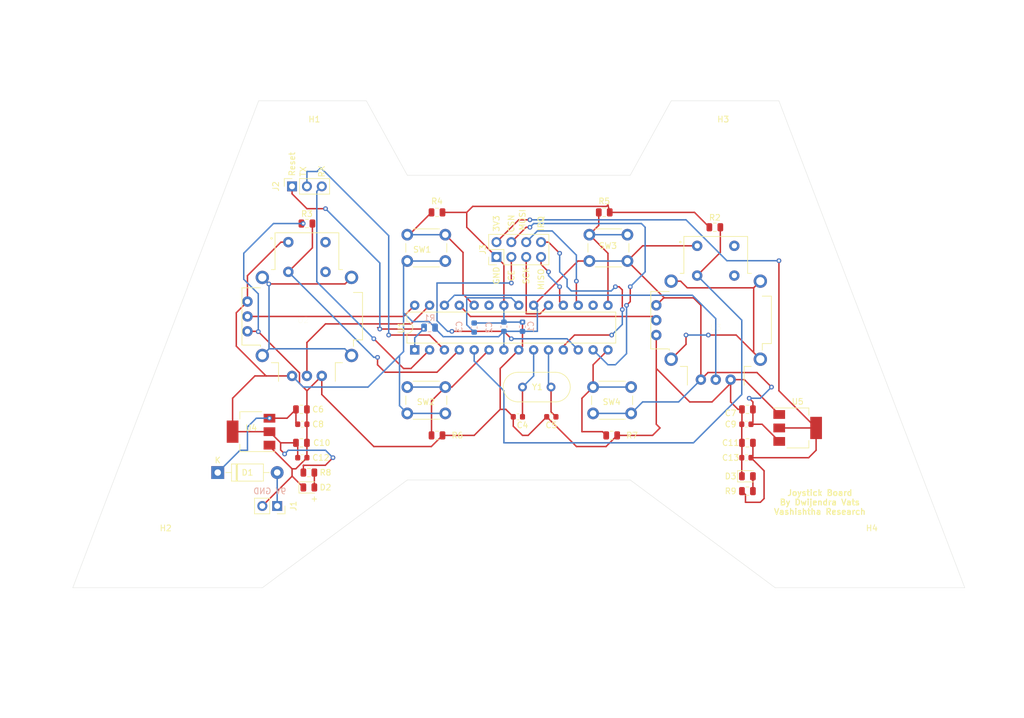
<source format=kicad_pcb>
(kicad_pcb (version 20211014) (generator pcbnew)
  (layers (0 "F.Cu" signal) (31 "B.Cu" signal) (34 "B.Paste" user) (35 "F.Paste" user) (36 "B.SilkS" user "B.Silkscreen") (37 "F.SilkS" user "F.Silkscreen") (38 "B.Mask" user) (39 "F.Mask" user) (44 "Edge.Cuts" user))
  (net 0 "")
  (net 1 "GND")
  (net 2 "Net-(C3-Pad1)")
  (net 3 "/XTAL1")
  (net 4 "/XTAL2")
  (net 5 "Net-(U1-Pad16)")
  (net 6 "Net-(U1-Pad23)")
  (net 7 "SW2")
  (net 8 "SW1")
  (net 9 "A_DIR")
  (net 10 "B_DIR")
  (net 11 "Y_DIR")
  (net 12 "X_DIR")
  (net 13 "5V_IN")
  (net 14 "Net-(U2-PadS1)")
  (net 15 "Net-(U3-PadS1)")
  (net 16 "+9V")
  (net 17 "+3V3")
  (net 18 "Net-(D1-Pad2)")
  (net 19 "Z-PLUS")
  (net 20 "Z-MINUS")
  (net 21 "HOME")
  (net 22 "CANCEL")
  (net 23 "RST")
  (net 24 "TX")
  (net 25 "RX")
  (net 26 "CE")
  (net 27 "CSN")
  (net 28 "SCK")
  (net 29 "MOSI")
  (net 30 "MISO")
  (net 31 "IRQ")
  (net 32 "Net-(D2-Pad2)")
  (net 33 "Net-(D3-Pad2)")
  (footprint "Capacitor_SMD:C_0603_1608Metric" (layer "F.Cu") (at 120.4975 107.315 180)
    (fp_text reference "C4")
    (fp_text value "22pf")
  )
  (footprint "Capacitor_SMD:C_0603_1608Metric" (layer "F.Cu") (at 126.2125 107.315 180)
    (fp_text reference "C5")
    (fp_text value "22pf")
  )
  (footprint "Package_DIP:DIP-28_W7.62mm" (layer "F.Cu") (at 102.87 95.885 90)
    (fp_text reference "U1")
    (fp_text value "ATmega328-PU")
  )
  (footprint "Crystal:Crystal_HC49-4H_Vertical" (layer "F.Cu") (at 121.285 102.235)
    (fp_text reference "Y1")
    (fp_text value "16MHz")
  )
  (footprint "COM-09032:XDCR_COM-09032" (layer "F.Cu") (at 84.455 90.17)
    (fp_text reference "U2")
    (fp_text value "Analog Joystick")
  )
  (footprint "COM-09032:XDCR_COM-09032" (layer "F.Cu") (at 154.305 90.805)
    (fp_text reference "U3")
    (fp_text value "Analog Joystick")
  )
  (footprint "Capacitor_SMD:C_0805_2012Metric" (layer "F.Cu") (at 83.5175 106.045)
    (fp_text reference "C6")
    (fp_text value "10uf")
  )
  (footprint "Capacitor_SMD:C_0805_2012Metric" (layer "F.Cu") (at 159.7175 106.045 180)
    (fp_text reference "C7")
    (fp_text value "10uf")
  )
  (footprint "Capacitor_SMD:C_0603_1608Metric" (layer "F.Cu") (at 83.6675 108.585)
    (fp_text reference "C8")
    (fp_text value "0.1uf")
  )
  (footprint "Capacitor_SMD:C_0603_1608Metric" (layer "F.Cu") (at 159.5375 108.585 180)
    (fp_text reference "C9")
    (fp_text value "0.1uf")
  )
  (footprint "Capacitor_SMD:C_0805_2012Metric" (layer "F.Cu") (at 83.5175 111.76)
    (fp_text reference "C10")
    (fp_text value "1uf")
  )
  (footprint "Capacitor_SMD:C_0805_2012Metric" (layer "F.Cu") (at 159.7175 111.76 180)
    (fp_text reference "C11")
    (fp_text value "1uf")
  )
  (footprint "Capacitor_SMD:C_0603_1608Metric" (layer "F.Cu") (at 83.6675 114.3)
    (fp_text reference "C12")
    (fp_text value "0.1uf")
  )
  (footprint "Capacitor_SMD:C_0603_1608Metric" (layer "F.Cu") (at 159.5375 114.3 180)
    (fp_text reference "C13")
    (fp_text value "0.1uf")
  )
  (footprint "Diode_THT:D_DO-41_SOD81_P10.16mm_Horizontal" (layer "F.Cu") (at 69.215 116.84)
    (fp_text reference "D1")
    (fp_text value "D_Small")
  )
  (footprint "Connector_PinSocket_2.54mm:PinSocket_1x02_P2.54mm_Vertical" (layer "F.Cu") (at 79.375 122.555 -90)
    (fp_text reference "J1")
    (fp_text value "Power Supply")
  )
  (footprint "Package_TO_SOT_SMD:SOT-223-3_TabPin2" (layer "F.Cu") (at 74.905 109.855 180)
    (fp_text reference "U4")
    (fp_text value "AMS1117-5.0")
  )
  (footprint "Package_TO_SOT_SMD:SOT-223-3_TabPin2" (layer "F.Cu") (at 168.3 109.22)
    (fp_text reference "U5")
    (fp_text value "AMS1117-3.3")
  )
  (footprint "Resistor_SMD:R_0805_2012Metric" (layer "F.Cu") (at 154.1525 74.93)
    (fp_text reference "R2")
    (fp_text value "1k")
  )
  (footprint "Resistor_SMD:R_0805_2012Metric" (layer "F.Cu") (at 84.455 74.295)
    (fp_text reference "R3")
    (fp_text value "1k")
  )
  (footprint "Resistor_SMD:R_0805_2012Metric" (layer "F.Cu") (at 106.68 72.39)
    (fp_text reference "R4")
    (fp_text value "1k")
  )
  (footprint "Resistor_SMD:R_0805_2012Metric" (layer "F.Cu") (at 135.255 72.39)
    (fp_text reference "R5")
    (fp_text value "1k")
  )
  (footprint "Resistor_SMD:R_0805_2012Metric" (layer "F.Cu") (at 106.68 110.49)
    (fp_text reference "R6")
    (fp_text value "1k")
  )
  (footprint "Resistor_SMD:R_0805_2012Metric" (layer "F.Cu") (at 136.525 110.49)
    (fp_text reference "R7")
    (fp_text value "1k")
  )
  (footprint "Button_Switch_THT:SW_PUSH_6mm_H13mm" (layer "F.Cu") (at 101.6 76.2)
    (fp_text reference "SW1")
    (fp_text value "SW_Push")
  )
  (footprint "Button_Switch_THT:SW_PUSH_6mm_H13mm" (layer "F.Cu") (at 101.6 102.235)
    (fp_text reference "SW2")
    (fp_text value "SW_Push")
  )
  (footprint "Button_Switch_THT:SW_PUSH_6mm_H13mm" (layer "F.Cu") (at 132.715 76.2)
    (fp_text reference "SW3")
    (fp_text value "SW_Push")
  )
  (footprint "Button_Switch_THT:SW_PUSH_6mm_H13mm" (layer "F.Cu") (at 133.35 102.235)
    (fp_text reference "SW4")
    (fp_text value "SW_Push")
  )
  (footprint "Connector_PinSocket_2.54mm:PinSocket_1x03_P2.54mm_Vertical" (layer "F.Cu") (at 81.915 67.945 90)
    (fp_text reference "J2")
    (fp_text value "Conn_01x03")
  )
  (footprint "Connector_PinHeader_2.54mm:PinHeader_2x04_P2.54mm_Vertical" (layer "F.Cu") (at 116.84 80.01 90)
    (fp_text reference "J3")
    (fp_text value "RF Module")
  )
  (footprint "MountingHole:MountingHole_2.2mm_M2" (layer "F.Cu") (at 85.725 59.69)
    (fp_text reference "H1")
    (fp_text value "MountingHole")
  )
  (footprint "MountingHole:MountingHole_2.2mm_M2" (layer "F.Cu") (at 60.325 129.54)
    (fp_text reference "H2")
    (fp_text value "MountingHole")
  )
  (footprint "MountingHole:MountingHole_2.2mm_M2" (layer "F.Cu") (at 155.575 59.69)
    (fp_text reference "H3")
    (fp_text value "MountingHole")
  )
  (footprint "MountingHole:MountingHole_2.2mm_M2" (layer "F.Cu") (at 180.975 129.54)
    (fp_text reference "H4")
    (fp_text value "MountingHole")
  )
  (footprint "LED_SMD:LED_0805_2012Metric" (layer "F.Cu") (at 84.7875 119.38)
    (fp_text reference "D2")
    (fp_text value "LED")
  )
  (footprint "LED_SMD:LED_0805_2012Metric" (layer "F.Cu") (at 159.7175 117.475)
    (fp_text reference "D3")
    (fp_text value "LED")
  )
  (footprint "Resistor_SMD:R_0805_2012Metric" (layer "F.Cu") (at 84.7875 116.84)
    (fp_text reference "R8")
    (fp_text value "1k")
  )
  (footprint "Resistor_SMD:R_0805_2012Metric" (layer "F.Cu") (at 159.7175 120.015)
    (fp_text reference "R9")
    (fp_text value "1k")
  )
  (footprint "Capacitor_SMD:C_0603_1608Metric" (layer "B.Cu") (at 121.285 91.9225 90)
    (fp_text reference "C1")
    (fp_text value "100nf")
  )
  (footprint "Capacitor_SMD:C_0603_1608Metric" (layer "B.Cu") (at 118.11 91.9225 90)
    (fp_text reference "C2")
    (fp_text value "100nf")
  )
  (footprint "Capacitor_SMD:C_0603_1608Metric" (layer "B.Cu") (at 113.03 92.075 90)
    (fp_text reference "C3")
    (fp_text value "100nf")
  )
  (footprint "Resistor_SMD:R_0805_2012Metric" (layer "B.Cu") (at 105.41 92.075 180)
    (fp_text reference "R1")
    (fp_text value "10k")
  )
  (gr_line (start 44.45 136.525) (end 76.2 53.34) (layer "Edge.Cuts") (width 0.05))
  (gr_line (start 139.7 66.04) (end 146.685 53.34) (layer "Edge.Cuts") (width 0.05))
  (gr_line (start 139.7 118.11) (end 101.6 118.11) (layer "Edge.Cuts") (width 0.05))
  (gr_line (start 196.85 136.525) (end 164.465 136.525) (layer "Edge.Cuts") (width 0.05))
  (gr_line (start 76.2 53.34) (end 94.615 53.34) (layer "Edge.Cuts") (width 0.05))
  (gr_line (start 76.835 136.525) (end 44.45 136.525) (layer "Edge.Cuts") (width 0.05))
  (gr_line (start 101.6 66.04) (end 139.7 66.04) (layer "Edge.Cuts") (width 0.05))
  (gr_line (start 165.1 53.34) (end 196.85 136.525) (layer "Edge.Cuts") (width 0.05))
  (gr_line (start 164.465 136.525) (end 139.7 118.11) (layer "Edge.Cuts") (width 0.05))
  (gr_line (start 101.6 118.11) (end 76.835 136.525) (layer "Edge.Cuts") (width 0.05))
  (gr_line (start 146.685 53.34) (end 165.1 53.34) (layer "Edge.Cuts") (width 0.05))
  (gr_line (start 94.615 53.34) (end 101.6 66.04) (layer "Edge.Cuts") (width 0.05))
  (gr_text "GND" (at 76.835 120.015) (layer "B.SilkS") (effects (font (size 1 1)) (justify mirror)))
  (gr_text "9V" (at 80.01 120.015) (layer "B.SilkS") (effects (font (size 1 1)) (justify mirror)))
  (gr_text "TX\n" (at 83.82 65.405 90) (layer "F.SilkS") (effects (font (size 1 1))))
  (gr_text "SCK" (at 121.92 83.185 90) (layer "F.SilkS") (effects (font (size 1 1))))
  (gr_text "MOSI" (at 121.285 73.66 90) (layer "F.SilkS") (effects (font (size 1 1))))
  (gr_text "MISO" (at 124.46 83.82 90) (layer "F.SilkS") (effects (font (size 1 1))))
  (gr_text "GND\n" (at 116.84 83.185 90) (layer "F.SilkS") (effects (font (size 1 1))))
  (gr_text "CE" (at 119.38 83.185 90) (layer "F.SilkS") (effects (font (size 1 1))))
  (gr_text "+" (at 85.725 121.285) (layer "F.SilkS") (effects (font (size 1 1))))
  (gr_text "3V3" (at 116.84 74.295 90) (layer "F.SilkS") (effects (font (size 1 1))))
  (gr_text "CSN" (at 119.38 74.295 90) (layer "F.SilkS") (effects (font (size 1 1))))
  (gr_text "RX\n" (at 86.995 65.405 90) (layer "F.SilkS") (effects (font (size 1 1))))
  (gr_text "IRQ" (at 124.46 74.295 90) (layer "F.SilkS") (effects (font (size 1 1))))
  (gr_text "Joystick Board\nBy Dwijendra Vats\nVashishtha Research\n" (at 172.085 121.92) (layer "F.SilkS") (effects (font (size 1 1) (thickness 0.2))))
  (gr_text "Reset" (at 81.915 64.135 90) (layer "F.SilkS") (effects (font (size 1 1))))
  (segment (start 76.145861 92.764139) (end 76.091722 92.71) (width 0.25) (layer "F.Cu") (net 1))
  (segment (start 144.78 109.22) (end 144.145 108.585) (width 0.25) (layer "F.Cu") (net 1))
  (segment (start 118.44 106.045) (end 119.71 107.315) (width 0.25) (layer "F.Cu") (net 1))
  (segment (start 86.995 103.505) (end 95.885 112.395) (width 0.25) (layer "F.Cu") (net 1))
  (segment (start 105.7125 112.395) (end 107.6175 110.49) (width 0.25) (layer "F.Cu") (net 1))
  (segment (start 112.78501 71.36499) (end 135.64501 71.36499) (width 0.25) (layer "F.Cu") (net 1))
  (segment (start 159.195 100.965) (end 165.15 106.92) (width 0.25) (layer "F.Cu") (net 1))
  (segment (start 111.76 72.39) (end 111.76 74.93) (width 0.25) (layer "F.Cu") (net 1))
  (segment (start 78.055 112.345) (end 81.915 116.205) (width 0.25) (layer "F.Cu") (net 1))
  (segment (start 117.475 99.06) (end 117.475 106.045) (width 0.25) (layer "F.Cu") (net 1))
  (segment (start 119.71 107.315) (end 119.71 108.915) (width 0.25) (layer "F.Cu") (net 1))
  (segment (start 121.285 110.49) (end 122.25 110.49) (width 0.25) (layer "F.Cu") (net 1))
  (segment (start 144.145 99.06) (end 149.86 104.775) (width 0.25) (layer "F.Cu") (net 1))
  (segment (start 153.67 104.775) (end 156.845 101.6) (width 0.25) (layer "F.Cu") (net 1))
  (segment (start 156.845 100.965) (end 156.845 104.775) (width 0.25) (layer "F.Cu") (net 1))
  (segment (start 84.455 111.76) (end 84.455 114.3) (width 0.25) (layer "F.Cu") (net 1))
  (segment (start 121.285 95.25) (end 120.65 95.885) (width 0.25) (layer "F.Cu") (net 1))
  (segment (start 156.845 104.775) (end 158.115 106.045) (width 0.25) (layer "F.Cu") (net 1))
  (segment (start 118.11 81.28) (end 116.84 80.01) (width 0.25) (layer "F.Cu") (net 1))
  (segment (start 136.1925 72.39) (end 135.89 71.12) (width 0.25) (layer "F.Cu") (net 1))
  (segment (start 112.78501 71.36499) (end 111.76 72.39) (width 0.25) (layer "F.Cu") (net 1))
  (segment (start 82.55 116.205) (end 84.455 114.3) (width 0.25) (layer "F.Cu") (net 1))
  (segment (start 144.145 99.695) (end 144.145 99.06) (width 0.25) (layer "F.Cu") (net 1))
  (segment (start 84.455 106.045) (end 84.455 102.87) (width 0.25) (layer "F.Cu") (net 1))
  (segment (start 158.115 106.045) (end 158.78 106.045) (width 0.25) (layer "F.Cu") (net 1))
  (segment (start 81.915 117.475) (end 81.945 117.475) (width 0.25) (layer "F.Cu") (net 1))
  (segment (start 111.76 74.93) (end 116.84 80.01) (width 0.25) (layer "F.Cu") (net 1))
  (segment (start 95.885 112.395) (end 105.7125 112.395) (width 0.25) (layer "F.Cu") (net 1))
  (segment (start 137.4625 110.49) (end 143.51 110.49) (width 0.25) (layer "F.Cu") (net 1))
  (segment (start 84.455 102.87) (end 83.185 101.6) (width 0.25) (layer "F.Cu") (net 1))
  (segment (start 149.86 104.775) (end 153.67 104.775) (width 0.25) (layer "F.Cu") (net 1))
  (segment (start 136.1925 72.39) (end 150.675 72.39) (width 0.25) (layer "F.Cu") (net 1))
  (segment (start 144.145 93.345) (end 144.145 99.06) (width 0.25) (layer "F.Cu") (net 1))
  (segment (start 158.75 114.3) (end 158.75 117.445) (width 0.25) (layer "F.Cu") (net 1))
  (segment (start 122.25 110.49) (end 125.425 107.315) (width 0.25) (layer "F.Cu") (net 1))
  (segment (start 76.835 122.555) (end 81.915 117.475) (width 0.25) (layer "F.Cu") (net 1))
  (segment (start 130.505 112.395) (end 135.5575 112.395) (width 0.25) (layer "F.Cu") (net 1))
  (segment (start 81.945 117.475) (end 83.85 119.38) (width 0.25) (layer "F.Cu") (net 1))
  (segment (start 81.915 117.475) (end 81.915 116.205) (width 0.25) (layer "F.Cu") (net 1))
  (segment (start 78.055 112.155) (end 78.055 112.345) (width 0.25) (layer "F.Cu") (net 1))
  (segment (start 76.091722 92.71) (end 74.295 92.71) (width 0.25) (layer "F.Cu") (net 1))
  (segment (start 158.75 111.73) (end 158.78 111.76) (width 0.25) (layer "F.Cu") (net 1))
  (segment (start 107.6175 72.39) (end 111.76 72.39) (width 0.25) (layer "F.Cu") (net 1))
  (segment (start 158.78 106.045) (end 158.78 108.555) (width 0.25) (layer "F.Cu") (net 1))
  (segment (start 83.185 101.6) (end 83.185 99.803278) (width 0.25) (layer "F.Cu") (net 1))
  (segment (start 107.6175 110.49) (end 113.03 110.49) (width 0.25) (layer "F.Cu") (net 1))
  (segment (start 120.65 95.885) (end 117.475 99.06) (width 0.25) (layer "F.Cu") (net 1))
  (segment (start 135.5575 112.395) (end 137.4625 110.49) (width 0.25) (layer "F.Cu") (net 1))
  (segment (start 150.675 72.39) (end 153.215 74.93) (width 0.25) (layer "F.Cu") (net 1))
  (segment (start 83.185 99.803278) (end 76.145861 92.764139) (width 0.25) (layer "F.Cu") (net 1))
  (segment (start 84.455 102.87) (end 86.995 100.33) (width 0.25) (layer "F.Cu") (net 1))
  (segment (start 113.03 110.49) (end 117.475 106.045) (width 0.25) (layer "F.Cu") (net 1))
  (segment (start 158.78 108.555) (end 158.75 108.585) (width 0.25) (layer "F.Cu") (net 1))
  (segment (start 156.845 101.6) (end 156.845 100.965) (width 0.25) (layer "F.Cu") (net 1))
  (segment (start 125.425 107.315) (end 130.505 112.395) (width 0.25) (layer "F.Cu") (net 1))
  (segment (start 158.75 108.585) (end 158.75 111.73) (width 0.25) (layer "F.Cu") (net 1))
  (segment (start 158.78 111.76) (end 158.78 114.27) (width 0.25) (layer "F.Cu") (net 1))
  (segment (start 121.285 91.135) (end 121.285 95.25) (width 0.25) (layer "F.Cu") (net 1))
  (segment (start 119.71 108.915) (end 121.285 110.49) (width 0.25) (layer "F.Cu") (net 1))
  (segment (start 158.75 117.445) (end 158.78 117.475) (width 0.25) (layer "F.Cu") (net 1))
  (segment (start 156.845 100.965) (end 159.195 100.965) (width 0.25) (layer "F.Cu") (net 1))
  (segment (start 84.455 108.585) (end 84.455 111.76) (width 0.25) (layer "F.Cu") (net 1))
  (segment (start 117.475 106.045) (end 118.44 106.045) (width 0.25) (layer "F.Cu") (net 1))
  (segment (start 135.64501 71.36499) (end 135.89 71.12) (width 0.25) (layer "F.Cu") (net 1))
  (segment (start 143.51 110.49) (end 144.78 109.22) (width 0.25) (layer "F.Cu") (net 1))
  (segment (start 144.145 108.585) (end 144.145 99.695) (width 0.25) (layer "F.Cu") (net 1))
  (segment (start 81.915 116.205) (end 82.55 116.205) (width 0.25) (layer "F.Cu") (net 1))
  (segment (start 84.455 106.045) (end 84.455 108.585) (width 0.25) (layer "F.Cu") (net 1))
  (segment (start 158.78 114.27) (end 158.75 114.3) (width 0.25) (layer "F.Cu") (net 1))
  (segment (start 86.995 100.33) (end 86.995 103.505) (width 0.25) (layer "F.Cu") (net 1))
  (segment (start 118.11 88.265) (end 118.11 81.28) (width 0.25) (layer "F.Cu") (net 1))
  (via (at 83.82 74.295) (size 0.8) (drill 0.4) (layers "F.Cu" "B.Cu") (net 1))
  (via (at 121.285 91.135) (size 0.8) (drill 0.4) (layers "F.Cu" "B.Cu") (net 1))
  (via (at 76.145861 92.764139) (size 0.8) (drill 0.4) (layers "F.Cu" "B.Cu") (net 1))
  (segment (start 121.285 91.135) (end 121.285 91.135) (width 0.25) (layer "B.Cu") (net 1))
  (segment (start 76.145861 86.305861) (end 73.66 83.82) (width 0.25) (layer "B.Cu") (net 1))
  (segment (start 113.03 91.2875) (end 117.9575 91.2875) (width 0.25) (layer "B.Cu") (net 1))
  (segment (start 117.9575 91.2875) (end 118.11 91.135) (width 0.25) (layer "B.Cu") (net 1))
  (segment (start 78.74 74.295) (end 83.82 74.295) (width 0.25) (layer "B.Cu") (net 1))
  (segment (start 76.145861 92.764139) (end 76.145861 86.305861) (width 0.25) (layer "B.Cu") (net 1))
  (segment (start 73.66 83.82) (end 73.66 79.375) (width 0.25) (layer "B.Cu") (net 1))
  (segment (start 118.11 91.135) (end 121.285 91.135) (width 0.25) (layer "B.Cu") (net 1))
  (segment (start 118.11 88.265) (end 118.11 91.135) (width 0.25) (layer "B.Cu") (net 1))
  (segment (start 73.66 79.375) (end 78.74 74.295) (width 0.25) (layer "B.Cu") (net 1))
  (segment (start 111.76 86.995) (end 111.76 91.5925) (width 0.25) (layer "B.Cu") (net 2))
  (segment (start 120.65 88.265) (end 119.38 86.995) (width 0.25) (layer "B.Cu") (net 2))
  (segment (start 111.76 91.5925) (end 113.03 92.8625) (width 0.25) (layer "B.Cu") (net 2))
  (segment (start 119.38 86.995) (end 111.76 86.995) (width 0.25) (layer "B.Cu") (net 2))
  (segment (start 121.285 102.235) (end 121.285 107.315) (width 0.25) (layer "F.Cu") (net 3))
  (segment (start 123.19 100.33) (end 121.285 102.235) (width 0.25) (layer "B.Cu") (net 3))
  (segment (start 123.19 95.885) (end 123.19 100.33) (width 0.25) (layer "B.Cu") (net 3))
  (segment (start 126.165 102.235) (end 126.165 106.48) (width 0.25) (layer "F.Cu") (net 4))
  (segment (start 126.165 106.48) (end 127 107.315) (width 0.25) (layer "F.Cu") (net 4))
  (segment (start 125.73 95.885) (end 125.73 101.8) (width 0.25) (layer "B.Cu") (net 4))
  (segment (start 125.73 101.8) (end 126.165 102.235) (width 0.25) (layer "B.Cu") (net 4))
  (segment (start 155.09 74.93) (end 155.09 79.225) (width 0.25) (layer "F.Cu") (net 7))
  (segment (start 155.09 79.225) (end 151.13 83.185) (width 0.25) (layer "F.Cu") (net 7))
  (segment (start 151.13 83.185) (end 158.75 90.805) (width 0.25) (layer "B.Cu") (net 7))
  (segment (start 158.75 90.805) (end 158.75 103.505) (width 0.25) (layer "B.Cu") (net 7))
  (segment (start 118.11 111.76) (end 118.11 102.87) (width 0.25) (layer "B.Cu") (net 7))
  (segment (start 118.11 102.87) (end 113.03 97.79) (width 0.25) (layer "B.Cu") (net 7))
  (segment (start 158.75 103.505) (end 150.495 111.76) (width 0.25) (layer "B.Cu") (net 7))
  (segment (start 150.495 111.76) (end 118.11 111.76) (width 0.25) (layer "B.Cu") (net 7))
  (segment (start 113.03 97.79) (end 113.03 95.885) (width 0.25) (layer "B.Cu") (net 7))
  (segment (start 97.79 99.695) (end 106.68 99.695) (width 0.25) (layer "F.Cu") (net 8))
  (segment (start 96.52 98.425) (end 97.79 99.695) (width 0.25) (layer "F.Cu") (net 8))
  (segment (start 85.3925 74.295) (end 85.3925 78.4375) (width 0.25) (layer "F.Cu") (net 8))
  (segment (start 85.3925 78.4375) (end 81.28 82.55) (width 0.25) (layer "F.Cu") (net 8))
  (segment (start 96.52 97.155) (end 96.52 98.425) (width 0.25) (layer "F.Cu") (net 8))
  (segment (start 106.68 99.695) (end 110.49 95.885) (width 0.25) (layer "F.Cu") (net 8))
  (via (at 96.52 97.155) (size 0.8) (drill 0.4) (layers "F.Cu" "B.Cu") (net 8))
  (segment (start 96.52 97.155) (end 96.52 97.155) (width 0.25) (layer "B.Cu") (net 8))
  (segment (start 81.28 82.55) (end 95.885 97.155) (width 0.25) (layer "B.Cu") (net 8))
  (segment (start 95.885 97.155) (end 96.52 97.155) (width 0.25) (layer "B.Cu") (net 8))
  (segment (start 112.395 90.17) (end 143.51 90.17) (width 0.25) (layer "F.Cu") (net 9))
  (segment (start 143.51 90.17) (end 144.145 90.805) (width 0.25) (layer "F.Cu") (net 9))
  (segment (start 110.49 88.265) (end 112.395 90.17) (width 0.25) (layer "F.Cu") (net 9))
  (segment (start 150.31001 86.54499) (end 154.305 90.53998) (width 0.25) (layer "B.Cu") (net 10))
  (segment (start 154.305 90.53998) (end 154.305 100.965) (width 0.25) (layer "B.Cu") (net 10))
  (segment (start 109.67001 86.54499) (end 150.31001 86.54499) (width 0.25) (layer "B.Cu") (net 10))
  (segment (start 107.95 88.265) (end 109.67001 86.54499) (width 0.25) (layer "B.Cu") (net 10))
  (segment (start 87.63 91.44) (end 102.235 91.44) (width 0.25) (layer "F.Cu") (net 11))
  (segment (start 84.455 100.33) (end 84.455 94.615) (width 0.25) (layer "F.Cu") (net 11))
  (segment (start 102.235 91.44) (end 105.41 88.265) (width 0.25) (layer "F.Cu") (net 11))
  (segment (start 84.455 94.615) (end 87.63 91.44) (width 0.25) (layer "F.Cu") (net 11))
  (segment (start 100.965 90.17) (end 102.87 88.265) (width 0.25) (layer "F.Cu") (net 12))
  (segment (start 74.295 90.17) (end 100.965 90.17) (width 0.25) (layer "F.Cu") (net 12))
  (segment (start 163.83 102.235) (end 163.83 102.235) (width 0.25) (layer "F.Cu") (net 13))
  (segment (start 160.02 104.14) (end 160.02 104.14) (width 0.25) (layer "F.Cu") (net 13))
  (segment (start 80.645 113.665) (end 80.645 113.665) (width 0.25) (layer "F.Cu") (net 13))
  (segment (start 88.9 114.3) (end 88.9 114.3) (width 0.25) (layer "F.Cu") (net 13))
  (segment (start 81.28 77.47) (end 80.022765 77.47) (width 0.25) (layer "F.Cu") (net 13))
  (segment (start 160.655 108.255) (end 160.325 108.585) (width 0.25) (layer "F.Cu") (net 13))
  (segment (start 145.51 86.995) (end 150.495 86.995) (width 0.25) (layer "F.Cu") (net 13))
  (segment (start 79.96 111.76) (end 79.96 112.98) (width 0.25) (layer "F.Cu") (net 13))
  (segment (start 150.495 86.995) (end 151.765 88.265) (width 0.25) (layer "F.Cu") (net 13))
  (segment (start 77.47 100.33) (end 72.39 95.25) (width 0.25) (layer "F.Cu") (net 13))
  (segment (start 75.565 100.33) (end 71.755 104.14) (width 0.25) (layer "F.Cu") (net 13))
  (segment (start 71.755 104.14) (end 71.755 109.855) (width 0.25) (layer "F.Cu") (net 13))
  (segment (start 82.88 112.06) (end 82.58 111.76) (width 0.25) (layer "F.Cu") (net 13))
  (segment (start 72.39 95.25) (end 72.39 89.535) (width 0.25) (layer "F.Cu") (net 13))
  (segment (start 160.655 104.775) (end 160.02 104.14) (width 0.25) (layer "F.Cu") (net 13))
  (segment (start 160.325 108.585) (end 162.215 108.585) (width 0.25) (layer "F.Cu") (net 13))
  (segment (start 162.215 108.585) (end 165.15 111.52) (width 0.25) (layer "F.Cu") (net 13))
  (segment (start 141.81 78.105) (end 139.215 80.7) (width 0.25) (layer "F.Cu") (net 13))
  (segment (start 132.715 80.7) (end 130.755 80.7) (width 0.25) (layer "F.Cu") (net 13))
  (segment (start 87.6 115.6) (end 88.9 114.3) (width 0.25) (layer "F.Cu") (net 13))
  (segment (start 139.215 80.7) (end 145.51 86.995) (width 0.25) (layer "F.Cu") (net 13))
  (segment (start 79.96 111.76) (end 78.055 109.855) (width 0.25) (layer "F.Cu") (net 13))
  (segment (start 82.58 111.76) (end 79.96 111.76) (width 0.25) (layer "F.Cu") (net 13))
  (segment (start 77.47 100.33) (end 75.565 100.33) (width 0.25) (layer "F.Cu") (net 13))
  (segment (start 151.13 78.105) (end 141.81 78.105) (width 0.25) (layer "F.Cu") (net 13))
  (segment (start 72.39 89.535) (end 74.295 87.63) (width 0.25) (layer "F.Cu") (net 13))
  (segment (start 160.655 106.045) (end 160.655 108.255) (width 0.25) (layer "F.Cu") (net 13))
  (segment (start 79.96 112.98) (end 80.645 113.665) (width 0.25) (layer "F.Cu") (net 13))
  (segment (start 83.85 115.6) (end 87.6 115.6) (width 0.25) (layer "F.Cu") (net 13))
  (segment (start 74.295 83.197765) (end 74.295 87.63) (width 0.25) (layer "F.Cu") (net 13))
  (segment (start 160.655 106.045) (end 160.655 104.775) (width 0.25) (layer "F.Cu") (net 13))
  (segment (start 81.915 100.33) (end 77.47 100.33) (width 0.25) (layer "F.Cu") (net 13))
  (segment (start 83.85 115.6) (end 83.88 115.57) (width 0.25) (layer "F.Cu") (net 13))
  (segment (start 80.022765 77.47) (end 74.295 83.197765) (width 0.25) (layer "F.Cu") (net 13))
  (segment (start 82.88 114.3) (end 82.88 112.06) (width 0.25) (layer "F.Cu") (net 13))
  (segment (start 83.85 116.84) (end 83.85 115.6) (width 0.25) (layer "F.Cu") (net 13))
  (segment (start 144.145 88.265) (end 145.415 86.995) (width 0.25) (layer "F.Cu") (net 13))
  (segment (start 152.979001 99.750999) (end 161.345999 99.750999) (width 0.25) (layer "F.Cu") (net 13))
  (segment (start 151.765 100.965) (end 152.979001 99.750999) (width 0.25) (layer "F.Cu") (net 13))
  (segment (start 151.765 88.265) (end 151.765 100.965) (width 0.25) (layer "F.Cu") (net 13))
  (segment (start 130.755 80.7) (end 123.19 88.265) (width 0.25) (layer "F.Cu") (net 13))
  (segment (start 161.345999 99.750999) (end 163.83 102.235) (width 0.25) (layer "F.Cu") (net 13))
  (segment (start 71.755 109.855) (end 78.055 109.855) (width 0.25) (layer "F.Cu") (net 13))
  (via (at 88.9 114.3) (size 0.8) (drill 0.4) (layers "F.Cu" "B.Cu") (net 13))
  (via (at 160.02 104.14) (size 0.8) (drill 0.4) (layers "F.Cu" "B.Cu") (net 13))
  (via (at 163.83 102.235) (size 0.8) (drill 0.4) (layers "F.Cu" "B.Cu") (net 13))
  (via (at 80.645 113.665) (size 0.8) (drill 0.4) (layers "F.Cu" "B.Cu") (net 13))
  (segment (start 147.955 104.775) (end 141.81 104.775) (width 0.25) (layer "B.Cu") (net 13))
  (segment (start 141.81 104.775) (end 139.85 106.735) (width 0.25) (layer "B.Cu") (net 13))
  (segment (start 118.11 92.71) (end 118.11 95.885) (width 0.25) (layer "B.Cu") (net 13))
  (segment (start 80.645 113.665) (end 81.28 113.03) (width 0.25) (layer "B.Cu") (net 13))
  (segment (start 161.925 104.14) (end 163.83 102.235) (width 0.25) (layer "B.Cu") (net 13))
  (segment (start 121.285 92.71) (end 123.825 92.71) (width 0.25) (layer "B.Cu") (net 13))
  (segment (start 133.35 106.735) (end 139.85 106.735) (width 0.25) (layer "B.Cu") (net 13))
  (segment (start 107.74751 93.62501) (end 117.19499 93.62501) (width 0.25) (layer "B.Cu") (net 13))
  (segment (start 100.274999 105.409999) (end 101.6 106.735) (width 0.25) (layer "B.Cu") (net 13))
  (segment (start 100.965 89.535) (end 100.965 96.165002) (width 0.25) (layer "B.Cu") (net 13))
  (segment (start 102.47999 91.04999) (end 100.965 89.535) (width 0.25) (layer "B.Cu") (net 13))
  (segment (start 117.19499 93.62501) (end 118.11 92.71) (width 0.25) (layer "B.Cu") (net 13))
  (segment (start 123.825 92.71) (end 123.825 88.9) (width 0.25) (layer "B.Cu") (net 13))
  (segment (start 123.825 88.9) (end 123.19 88.265) (width 0.25) (layer "B.Cu") (net 13))
  (segment (start 94.895002 102.235) (end 83.82 102.235) (width 0.25) (layer "B.Cu") (net 13))
  (segment (start 87.63 113.03) (end 88.9 114.3) (width 0.25) (layer "B.Cu") (net 13))
  (segment (start 100.274999 96.855003) (end 100.274999 105.409999) (width 0.25) (layer "B.Cu") (net 13))
  (segment (start 100.965 81.335) (end 101.6 80.7) (width 0.25) (layer "B.Cu") (net 13))
  (segment (start 83.82 102.235) (end 81.915 100.33) (width 0.25) (layer "B.Cu") (net 13))
  (segment (start 105.32249 91.04999) (end 102.47999 91.04999) (width 0.25) (layer "B.Cu") (net 13))
  (segment (start 100.965 89.535) (end 100.965 81.335) (width 0.25) (layer "B.Cu") (net 13))
  (segment (start 160.02 104.14) (end 161.925 104.14) (width 0.25) (layer "B.Cu") (net 13))
  (segment (start 106.1975 92.075) (end 107.74751 93.62501) (width 0.25) (layer "B.Cu") (net 13))
  (segment (start 106.3475 92.075) (end 105.32249 91.04999) (width 0.25) (layer "B.Cu") (net 13))
  (segment (start 100.965 96.165002) (end 100.274999 96.855003) (width 0.25) (layer "B.Cu") (net 13))
  (segment (start 151.765 100.965) (end 147.955 104.775) (width 0.25) (layer "B.Cu") (net 13))
  (segment (start 118.11 92.71) (end 121.285 92.71) (width 0.25) (layer "B.Cu") (net 13))
  (segment (start 132.715 80.7) (end 139.215 80.7) (width 0.25) (layer "B.Cu") (net 13))
  (segment (start 101.6 106.735) (end 108.1 106.735) (width 0.25) (layer "B.Cu") (net 13))
  (segment (start 100.274999 96.855003) (end 94.895002 102.235) (width 0.25) (layer "B.Cu") (net 13))
  (segment (start 81.28 113.03) (end 87.63 113.03) (width 0.25) (layer "B.Cu") (net 13))
  (segment (start 101.6 80.7) (end 108.1 80.7) (width 0.25) (layer "B.Cu") (net 13))
  (segment (start 90.96375 84.61375) (end 92.075 83.5025) (width 0.25) (layer "F.Cu") (net 14))
  (segment (start 77.94625 84.61375) (end 90.96375 84.61375) (width 0.25) (layer "F.Cu") (net 14))
  (via (at 77.94625 84.61375) (size 0.8) (drill 0.4) (layers "F.Cu" "B.Cu") (net 14))
  (segment (start 77.94625 84.61375) (end 77.977999 84.645499) (width 0.25) (layer "B.Cu") (net 14))
  (segment (start 90.932001 95.694501) (end 92.075 96.8375) (width 0.25) (layer "B.Cu") (net 14))
  (segment (start 76.835 83.5025) (end 77.94625 84.61375) (width 0.25) (layer "B.Cu") (net 14))
  (segment (start 77.977999 95.694501) (end 90.932001 95.694501) (width 0.25) (layer "B.Cu") (net 14))
  (segment (start 77.977999 95.694501) (end 76.835 96.8375) (width 0.25) (layer "B.Cu") (net 14))
  (segment (start 77.977999 84.645499) (end 77.977999 95.694501) (width 0.25) (layer "B.Cu") (net 14))
  (segment (start 149.225 93.345) (end 149.225 93.345) (width 0.25) (layer "F.Cu") (net 15))
  (segment (start 146.685 97.4725) (end 149.225 94.9325) (width 0.25) (layer "F.Cu") (net 15))
  (segment (start 148.301446 84.1375) (end 149.444445 85.280499) (width 0.25) (layer "F.Cu") (net 15))
  (segment (start 149.225 94.9325) (end 149.225 93.345) (width 0.25) (layer "F.Cu") (net 15))
  (segment (start 157.7975 93.345) (end 160.782001 96.329501) (width 0.25) (layer "F.Cu") (net 15))
  (segment (start 149.444445 85.280499) (end 160.782001 85.280499) (width 0.25) (layer "F.Cu") (net 15))
  (segment (start 153.035 93.345) (end 157.7975 93.345) (width 0.25) (layer "F.Cu") (net 15))
  (segment (start 160.782001 96.329501) (end 161.925 97.4725) (width 0.25) (layer "F.Cu") (net 15))
  (segment (start 160.782001 85.280499) (end 161.925 84.1375) (width 0.25) (layer "F.Cu") (net 15))
  (segment (start 160.782001 85.280499) (end 160.782001 96.329501) (width 0.25) (layer "F.Cu") (net 15))
  (segment (start 146.685 84.1375) (end 148.301446 84.1375) (width 0.25) (layer "F.Cu") (net 15))
  (via (at 153.035 93.345) (size 0.8) (drill 0.4) (layers "F.Cu" "B.Cu") (net 15))
  (via (at 149.225 93.345) (size 0.8) (drill 0.4) (layers "F.Cu" "B.Cu") (net 15))
  (segment (start 153.035 93.345) (end 153.035 93.345) (width 0.25) (layer "B.Cu") (net 15))
  (segment (start 149.225 93.345) (end 153.035 93.345) (width 0.25) (layer "B.Cu") (net 15))
  (segment (start 78.055 107.555) (end 81.07 107.555) (width 0.25) (layer "F.Cu") (net 16))
  (segment (start 82.58 106.045) (end 82.58 108.285) (width 0.25) (layer "F.Cu") (net 16))
  (segment (start 82.58 108.285) (end 82.88 108.585) (width 0.25) (layer "F.Cu") (net 16))
  (segment (start 81.07 107.555) (end 82.58 106.045) (width 0.25) (layer "F.Cu") (net 16))
  (segment (start 78.055 107.555) (end 78.055 107.555) (width 0.25) (layer "F.Cu") (net 16))
  (via (at 78.055 107.555) (size 0.8) (drill 0.4) (layers "F.Cu" "B.Cu") (net 16))
  (segment (start 73.025 113.03) (end 69.215 116.84) (width 0.25) (layer "B.Cu") (net 16))
  (segment (start 74.295 109.065) (end 74.295 113.03) (width 0.25) (layer "B.Cu") (net 16))
  (segment (start 78.055 107.555) (end 75.805 107.555) (width 0.25) (layer "B.Cu") (net 16))
  (segment (start 75.805 107.555) (end 74.295 109.065) (width 0.25) (layer "B.Cu") (net 16))
  (segment (start 74.295 113.03) (end 73.025 113.03) (width 0.25) (layer "B.Cu") (net 16))
  (segment (start 122.555 73.66) (end 122.555 73.66) (width 0.25) (layer "F.Cu") (net 17))
  (segment (start 160.325 114.3) (end 162.56 116.535) (width 0.25) (layer "F.Cu") (net 17))
  (segment (start 159.385 121.92) (end 159.385 120.62) (width 0.25) (layer "F.Cu") (net 17))
  (segment (start 116.84 77.47) (end 120.65 73.66) (width 0.25) (layer "F.Cu") (net 17))
  (segment (start 171.45 113.03) (end 170.18 114.3) (width 0.25) (layer "F.Cu") (net 17))
  (segment (start 165.1 102.87) (end 171.45 109.22) (width 0.25) (layer "F.Cu") (net 17))
  (segment (start 171.45 109.22) (end 171.45 113.03) (width 0.25) (layer "F.Cu") (net 17))
  (segment (start 171.45 109.22) (end 165.15 109.22) (width 0.25) (layer "F.Cu") (net 17))
  (segment (start 120.65 73.66) (end 122.555 73.66) (width 0.25) (layer "F.Cu") (net 17))
  (segment (start 161.925 121.92) (end 159.385 121.92) (width 0.25) (layer "F.Cu") (net 17))
  (segment (start 170.18 114.3) (end 160.325 114.3) (width 0.25) (layer "F.Cu") (net 17))
  (segment (start 160.655 113.97) (end 160.325 114.3) (width 0.25) (layer "F.Cu") (net 17))
  (segment (start 160.655 111.76) (end 160.655 113.97) (width 0.25) (layer "F.Cu") (net 17))
  (segment (start 165.1 80.645) (end 165.1 102.87) (width 0.25) (layer "F.Cu") (net 17))
  (segment (start 162.56 121.285) (end 161.925 121.92) (width 0.25) (layer "F.Cu") (net 17))
  (segment (start 162.56 116.535) (end 162.56 121.285) (width 0.25) (layer "F.Cu") (net 17))
  (segment (start 159.385 120.62) (end 158.78 120.015) (width 0.25) (layer "F.Cu") (net 17))
  (via (at 165.1 80.645) (size 0.8) (drill 0.4) (layers "F.Cu" "B.Cu") (net 17))
  (via (at 122.555 73.66) (size 0.8) (drill 0.4) (layers "F.Cu" "B.Cu") (net 17))
  (segment (start 165.1 80.645) (end 165.1 80.645) (width 0.25) (layer "B.Cu") (net 17))
  (segment (start 156.21 80.645) (end 165.1 80.645) (width 0.25) (layer "B.Cu") (net 17))
  (segment (start 149.225 73.66) (end 153.035 77.47) (width 0.25) (layer "B.Cu") (net 17))
  (segment (start 153.035 77.47) (end 156.21 80.645) (width 0.25) (layer "B.Cu") (net 17))
  (segment (start 122.555 73.66) (end 149.225 73.66) (width 0.25) (layer "B.Cu") (net 17))
  (segment (start 79.375 122.555) (end 79.375 116.84) (width 0.25) (layer "B.Cu") (net 18))
  (segment (start 111.125 79.225) (end 111.125 86.36) (width 0.25) (layer "F.Cu") (net 19))
  (segment (start 111.125 86.36) (end 113.03 88.265) (width 0.25) (layer "F.Cu") (net 19))
  (segment (start 101.9325 76.2) (end 101.6 76.2) (width 0.25) (layer "F.Cu") (net 19))
  (segment (start 108.1 76.2) (end 111.125 79.225) (width 0.25) (layer "F.Cu") (net 19))
  (segment (start 105.7425 72.39) (end 101.9325 76.2) (width 0.25) (layer "F.Cu") (net 19))
  (segment (start 101.6 76.2) (end 108.1 76.2) (width 0.25) (layer "B.Cu") (net 19))
  (segment (start 134.3175 72.39) (end 134.3175 74.5975) (width 0.25) (layer "F.Cu") (net 20))
  (segment (start 134.3175 74.5975) (end 132.715 76.2) (width 0.25) (layer "F.Cu") (net 20))
  (segment (start 132.715 76.2) (end 135.89 79.375) (width 0.25) (layer "F.Cu") (net 20))
  (segment (start 135.89 79.375) (end 135.89 88.265) (width 0.25) (layer "F.Cu") (net 20))
  (segment (start 132.715 76.2) (end 139.215 76.2) (width 0.25) (layer "B.Cu") (net 20))
  (segment (start 105.7425 104.5925) (end 105.7425 110.49) (width 0.25) (layer "F.Cu") (net 21))
  (segment (start 108.1 102.235) (end 109.22 102.235) (width 0.25) (layer "F.Cu") (net 21))
  (segment (start 109.22 102.235) (end 115.57 95.885) (width 0.25) (layer "F.Cu") (net 21))
  (segment (start 108.1 102.235) (end 105.7425 104.5925) (width 0.25) (layer "F.Cu") (net 21))
  (segment (start 101.6 102.235) (end 108.1 102.235) (width 0.25) (layer "B.Cu") (net 21))
  (segment (start 133.35 102.235) (end 131.445 104.14) (width 0.25) (layer "F.Cu") (net 22))
  (segment (start 131.445 109.855) (end 134.9525 109.855) (width 0.25) (layer "F.Cu") (net 22))
  (segment (start 133.35 102.235) (end 133.35 98.425) (width 0.25) (layer "F.Cu") (net 22))
  (segment (start 131.445 104.14) (end 131.445 109.855) (width 0.25) (layer "F.Cu") (net 22))
  (segment (start 133.35 98.425) (end 135.89 95.885) (width 0.25) (layer "F.Cu") (net 22))
  (segment (start 134.9525 109.855) (end 135.5875 110.49) (width 0.25) (layer "F.Cu") (net 22))
  (segment (start 133.35 102.235) (end 139.85 102.235) (width 0.25) (layer "B.Cu") (net 22))
  (segment (start 96.91375 92.31625) (end 96.76125 92.31625) (width 0.25) (layer "F.Cu") (net 23))
  (segment (start 104.38125 92.31625) (end 96.91375 92.31625) (width 0.25) (layer "F.Cu") (net 23))
  (segment (start 81.915 67.945) (end 81.915 69.215) (width 0.25) (layer "F.Cu") (net 23))
  (segment (start 81.915 69.215) (end 84.455 71.755) (width 0.25) (layer "F.Cu") (net 23))
  (segment (start 84.455 71.755) (end 87.63 71.755) (width 0.25) (layer "F.Cu") (net 23))
  (segment (start 96.76125 92.31625) (end 96.52 92.075) (width 0.25) (layer "F.Cu") (net 23))
  (via (at 96.91375 92.31625) (size 0.8) (drill 0.4) (layers "F.Cu" "B.Cu") (net 23))
  (via (at 87.63 71.755) (size 0.8) (drill 0.4) (layers "F.Cu" "B.Cu") (net 23))
  (via (at 104.38125 92.31625) (size 0.8) (drill 0.4) (layers "F.Cu" "B.Cu") (net 23))
  (segment (start 104.38125 92.31625) (end 104.6225 92.075) (width 0.25) (layer "B.Cu") (net 23))
  (segment (start 87.63 71.755) (end 87.63 71.755) (width 0.25) (layer "B.Cu") (net 23))
  (segment (start 96.91375 92.31625) (end 96.91375 81.03875) (width 0.25) (layer "B.Cu") (net 23))
  (segment (start 102.87 93.8275) (end 104.38125 92.31625) (width 0.25) (layer "B.Cu") (net 23))
  (segment (start 96.91375 81.03875) (end 87.63 71.755) (width 0.25) (layer "B.Cu") (net 23))
  (segment (start 102.87 95.885) (end 102.87 93.8275) (width 0.25) (layer "B.Cu") (net 23))
  (segment (start 98.425 93.345) (end 98.425 93.345) (width 0.25) (layer "F.Cu") (net 24))
  (segment (start 105.41 93.345) (end 98.425 93.345) (width 0.25) (layer "F.Cu") (net 24))
  (segment (start 107.95 95.885) (end 105.41 93.345) (width 0.25) (layer "F.Cu") (net 24))
  (via (at 98.425 93.345) (size 0.8) (drill 0.4) (layers "F.Cu" "B.Cu") (net 24))
  (segment (start 98.425 76.365998) (end 98.425 93.345) (width 0.25) (layer "B.Cu") (net 24))
  (segment (start 86.829002 64.77) (end 98.425 76.365998) (width 0.25) (layer "B.Cu") (net 24))
  (segment (start 84.455 67.945) (end 84.455 65.405) (width 0.25) (layer "B.Cu") (net 24))
  (segment (start 84.455 65.405) (end 86.194002 65.405) (width 0.25) (layer "B.Cu") (net 24))
  (segment (start 86.194002 65.405) (end 86.829002 64.77) (width 0.25) (layer "B.Cu") (net 24))
  (segment (start 95.885 93.98) (end 95.885 93.98) (width 0.25) (layer "F.Cu") (net 25))
  (segment (start 105.41 95.885) (end 102.235 99.06) (width 0.25) (layer "F.Cu") (net 25))
  (segment (start 102.235 99.06) (end 100.965 99.06) (width 0.25) (layer "F.Cu") (net 25))
  (segment (start 100.965 99.06) (end 95.885 93.98) (width 0.25) (layer "F.Cu") (net 25))
  (via (at 95.885 93.98) (size 0.8) (drill 0.4) (layers "F.Cu" "B.Cu") (net 25))
  (segment (start 86.145001 68.794999) (end 86.145001 84.240001) (width 0.25) (layer "B.Cu") (net 25))
  (segment (start 86.145001 84.240001) (end 95.885 93.98) (width 0.25) (layer "B.Cu") (net 25))
  (segment (start 86.995 67.945) (end 86.145001 68.794999) (width 0.25) (layer "B.Cu") (net 25))
  (segment (start 119.38 84.455) (end 119.38 84.455) (width 0.25) (layer "F.Cu") (net 26))
  (segment (start 119.38 93.98) (end 119.38 93.98) (width 0.25) (layer "F.Cu") (net 26))
  (segment (start 119.38 80.01) (end 119.38 84.455) (width 0.25) (layer "F.Cu") (net 26))
  (segment (start 109.22 92.71) (end 118.11 92.71) (width 0.25) (layer "F.Cu") (net 26))
  (segment (start 118.11 92.71) (end 119.38 93.98) (width 0.25) (layer "F.Cu") (net 26))
  (via (at 119.38 84.455) (size 0.8) (drill 0.4) (layers "F.Cu" "B.Cu") (net 26))
  (via (at 119.38 93.98) (size 0.8) (drill 0.4) (layers "F.Cu" "B.Cu") (net 26))
  (via (at 109.22 92.71) (size 0.8) (drill 0.4) (layers "F.Cu" "B.Cu") (net 26))
  (segment (start 109.22 92.71) (end 109.22 92.71) (width 0.25) (layer "B.Cu") (net 26))
  (segment (start 119.38 93.98) (end 128.905 93.98) (width 0.25) (layer "B.Cu") (net 26))
  (segment (start 108.48685 92.71) (end 109.22 92.71) (width 0.25) (layer "B.Cu") (net 26))
  (segment (start 106.68 84.455) (end 106.68 90.90315) (width 0.25) (layer "B.Cu") (net 26))
  (segment (start 128.905 93.98) (end 130.81 95.885) (width 0.25) (layer "B.Cu") (net 26))
  (segment (start 119.38 84.455) (end 106.68 84.455) (width 0.25) (layer "B.Cu") (net 26))
  (segment (start 106.68 90.90315) (end 108.48685 92.71) (width 0.25) (layer "B.Cu") (net 26))
  (segment (start 122.555 74.93) (end 122.555 74.93) (width 0.25) (layer "F.Cu") (net 27))
  (segment (start 139.065 88.265) (end 139.065 88.265) (width 0.25) (layer "F.Cu") (net 27))
  (segment (start 121.92 74.93) (end 122.555 74.93) (width 0.25) (layer "F.Cu") (net 27))
  (segment (start 139.7 87.63) (end 139.065 88.265) (width 0.25) (layer "F.Cu") (net 27))
  (segment (start 139.7 85.09) (end 139.7 87.63) (width 0.25) (layer "F.Cu") (net 27))
  (segment (start 119.38 77.47) (end 121.92 74.93) (width 0.25) (layer "F.Cu") (net 27))
  (via (at 122.555 74.93) (size 0.8) (drill 0.4) (layers "F.Cu" "B.Cu") (net 27))
  (via (at 139.065 88.265) (size 0.8) (drill 0.4) (layers "F.Cu" "B.Cu") (net 27))
  (via (at 139.7 85.09) (size 0.8) (drill 0.4) (layers "F.Cu" "B.Cu") (net 27))
  (segment (start 139.7 85.09) (end 139.7 85.09) (width 0.25) (layer "B.Cu") (net 27))
  (segment (start 142.24 82.55) (end 139.7 85.09) (width 0.25) (layer "B.Cu") (net 27))
  (segment (start 135.89 98.425) (end 133.35 95.885) (width 0.25) (layer "B.Cu") (net 27))
  (segment (start 141.605 74.295) (end 142.24 74.93) (width 0.25) (layer "B.Cu") (net 27))
  (segment (start 123.19 74.295) (end 141.605 74.295) (width 0.25) (layer "B.Cu") (net 27))
  (segment (start 142.24 74.93) (end 142.24 82.55) (width 0.25) (layer "B.Cu") (net 27))
  (segment (start 122.555 74.93) (end 123.19 74.295) (width 0.25) (layer "B.Cu") (net 27))
  (segment (start 139.065 96.52) (end 137.16 98.425) (width 0.25) (layer "B.Cu") (net 27))
  (segment (start 139.065 88.265) (end 139.065 96.52) (width 0.25) (layer "B.Cu") (net 27))
  (segment (start 137.16 98.425) (end 135.89 98.425) (width 0.25) (layer "B.Cu") (net 27))
  (segment (start 121.92 89.71999) (end 124.27501 89.71999) (width 0.25) (layer "F.Cu") (net 28))
  (segment (start 121.92 80.01) (end 121.92 89.71999) (width 0.25) (layer "F.Cu") (net 28))
  (segment (start 124.27501 89.71999) (end 125.73 88.265) (width 0.25) (layer "F.Cu") (net 28))
  (segment (start 130.4925 87.9475) (end 130.81 88.265) (width 0.25) (layer "F.Cu") (net 29))
  (segment (start 130.4925 84.1375) (end 130.4925 87.9475) (width 0.25) (layer "F.Cu") (net 29))
  (via (at 130.4925 84.1375) (size 0.8) (drill 0.4) (layers "F.Cu" "B.Cu") (net 29))
  (segment (start 123.825 75.565) (end 121.92 77.47) (width 0.25) (layer "B.Cu") (net 29))
  (segment (start 126.365 75.565) (end 123.825 75.565) (width 0.25) (layer "B.Cu") (net 29))
  (segment (start 130.4925 84.1375) (end 130.4925 79.6925) (width 0.25) (layer "B.Cu") (net 29))
  (segment (start 130.4925 79.6925) (end 126.365 75.565) (width 0.25) (layer "B.Cu") (net 29))
  (segment (start 125.73 82.55) (end 125.73 82.55) (width 0.25) (layer "F.Cu") (net 30))
  (segment (start 124.46 80.01) (end 124.46 81.28) (width 0.25) (layer "F.Cu") (net 30))
  (segment (start 127.635 85.09) (end 127.635 87.63) (width 0.25) (layer "F.Cu") (net 30))
  (segment (start 127.635 87.63) (end 128.27 88.265) (width 0.25) (layer "F.Cu") (net 30))
  (segment (start 124.46 81.28) (end 125.73 82.55) (width 0.25) (layer "F.Cu") (net 30))
  (via (at 127.635 85.09) (size 0.8) (drill 0.4) (layers "F.Cu" "B.Cu") (net 30))
  (via (at 125.73 82.55) (size 0.8) (drill 0.4) (layers "F.Cu" "B.Cu") (net 30))
  (segment (start 127.635 85.09) (end 127.635 85.09) (width 0.25) (layer "B.Cu") (net 30))
  (segment (start 125.73 82.55) (end 125.73 83.185) (width 0.25) (layer "B.Cu") (net 30))
  (segment (start 125.73 83.185) (end 127.635 85.09) (width 0.25) (layer "B.Cu") (net 30))
  (segment (start 127.635 79.375) (end 127.635 79.375) (width 0.25) (layer "F.Cu") (net 31))
  (segment (start 138.339999 88.990001) (end 138.339999 88.990001) (width 0.25) (layer "F.Cu") (net 31))
  (segment (start 138.339999 87.916999) (end 138.339999 88.265) (width 0.25) (layer "F.Cu") (net 31))
  (segment (start 137.795 85.09) (end 138.339999 85.634999) (width 0.25) (layer "F.Cu") (net 31))
  (segment (start 137.16 85.09) (end 137.795 85.09) (width 0.25) (layer "F.Cu") (net 31))
  (segment (start 124.46 77.47) (end 125.73 77.47) (width 0.25) (layer "F.Cu") (net 31))
  (segment (start 138.339999 88.265) (end 138.339999 88.990001) (width 0.25) (layer "F.Cu") (net 31))
  (segment (start 136.525 93.345) (end 130.175 93.345) (width 0.25) (layer "F.Cu") (net 31))
  (segment (start 130.175 93.345) (end 128.27 95.25) (width 0.25) (layer "F.Cu") (net 31))
  (segment (start 128.27 95.25) (end 128.27 95.885) (width 0.25) (layer "F.Cu") (net 31))
  (segment (start 125.73 77.47) (end 127.635 79.375) (width 0.25) (layer "F.Cu") (net 31))
  (segment (start 138.339999 85.634999) (end 138.339999 87.916999) (width 0.25) (layer "F.Cu") (net 31))
  (via (at 138.339999 88.990001) (size 0.8) (drill 0.4) (layers "F.Cu" "B.Cu") (net 31))
  (via (at 127.635 79.375) (size 0.8) (drill 0.4) (layers "F.Cu" "B.Cu") (net 31))
  (via (at 136.525 93.345) (size 0.8) (drill 0.4) (layers "F.Cu" "B.Cu") (net 31))
  (via (at 137.16 85.09) (size 0.8) (drill 0.4) (layers "F.Cu" "B.Cu") (net 31))
  (segment (start 137.16 85.09) (end 137.16 85.09) (width 0.25) (layer "B.Cu") (net 31))
  (segment (start 136.525 93.345) (end 136.525 93.345) (width 0.25) (layer "B.Cu") (net 31))
  (segment (start 138.339999 88.990001) (end 138.339999 91.530001) (width 0.25) (layer "B.Cu") (net 31))
  (segment (start 127.635 82.55) (end 128.905 83.82) (width 0.25) (layer "B.Cu") (net 31))
  (segment (start 127.635 79.375) (end 127.635 82.55) (width 0.25) (layer "B.Cu") (net 31))
  (segment (start 128.905 83.82) (end 128.905 85.09) (width 0.25) (layer "B.Cu") (net 31))
  (segment (start 136.434999 85.815001) (end 137.16 85.09) (width 0.25) (layer "B.Cu") (net 31))
  (segment (start 129.630001 85.815001) (end 136.434999 85.815001) (width 0.25) (layer "B.Cu") (net 31))
  (segment (start 129.54 85.725) (end 129.630001 85.815001) (width 0.25) (layer "B.Cu") (net 31))
  (segment (start 128.905 85.09) (end 129.54 85.725) (width 0.25) (layer "B.Cu") (net 31))
  (segment (start 138.339999 91.530001) (end 136.525 93.345) (width 0.25) (layer "B.Cu") (net 31))
  (segment (start 85.725 116.84) (end 85.725 119.38) (width 0.25) (layer "F.Cu") (net 32))
  (segment (start 160.655 117.475) (end 160.655 120.015) (width 0.25) (layer "F.Cu") (net 33))
)
</source>
